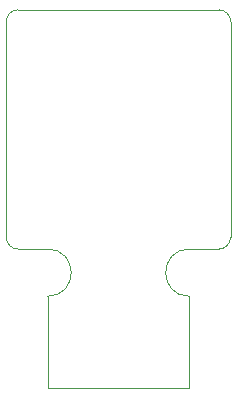
<source format=gbr>
%TF.GenerationSoftware,KiCad,Pcbnew,(6.0.0-0)*%
%TF.CreationDate,2022-01-02T10:17:53+00:00*%
%TF.ProjectId,USBA,55534241-2e6b-4696-9361-645f70636258,1*%
%TF.SameCoordinates,Original*%
%TF.FileFunction,Profile,NP*%
%FSLAX46Y46*%
G04 Gerber Fmt 4.6, Leading zero omitted, Abs format (unit mm)*
G04 Created by KiCad (PCBNEW (6.0.0-0)) date 2022-01-02 10:17:53*
%MOMM*%
%LPD*%
G01*
G04 APERTURE LIST*
%TA.AperFunction,Profile*%
%ADD10C,0.100000*%
%TD*%
%TA.AperFunction,Profile*%
%ADD11C,0.120000*%
%TD*%
G04 APERTURE END LIST*
D10*
X131000000Y-118250000D02*
X131000000Y-100000000D01*
X112000000Y-118250000D02*
G75*
G03*
X113000000Y-119250000I999999J-1D01*
G01*
X113000000Y-99000000D02*
G75*
G03*
X112000000Y-100000000I-1J-999999D01*
G01*
X115500000Y-119250000D02*
X113000000Y-119250000D01*
X112000000Y-100000000D02*
X112000000Y-118250000D01*
X130000000Y-119250000D02*
G75*
G03*
X131000000Y-118250000I1J999999D01*
G01*
X127500000Y-119250000D02*
X130000000Y-119250000D01*
X130000000Y-99000000D02*
X113000000Y-99000000D01*
X131000000Y-100000000D02*
G75*
G03*
X130000000Y-99000000I-999999J1D01*
G01*
D11*
%TO.C,J1*%
X127500000Y-131000000D02*
X127500000Y-123250000D01*
X115500000Y-131000000D02*
X127500000Y-131000000D01*
X115500000Y-123250000D02*
X115500000Y-131000000D01*
X127500000Y-119250000D02*
G75*
G03*
X127500000Y-123250000I0J-2000000D01*
G01*
X115500000Y-123250000D02*
G75*
G03*
X115500000Y-119250000I0J2000000D01*
G01*
%TD*%
M02*

</source>
